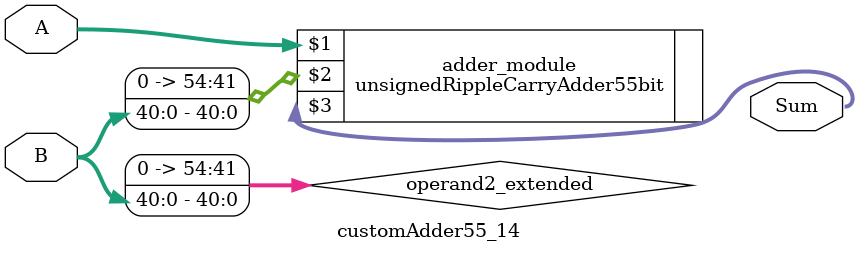
<source format=v>
module customAdder55_14(
                        input [54 : 0] A,
                        input [40 : 0] B,
                        
                        output [55 : 0] Sum
                );

        wire [54 : 0] operand2_extended;
        
        assign operand2_extended =  {14'b0, B};
        
        unsignedRippleCarryAdder55bit adder_module(
            A,
            operand2_extended,
            Sum
        );
        
        endmodule
        
</source>
